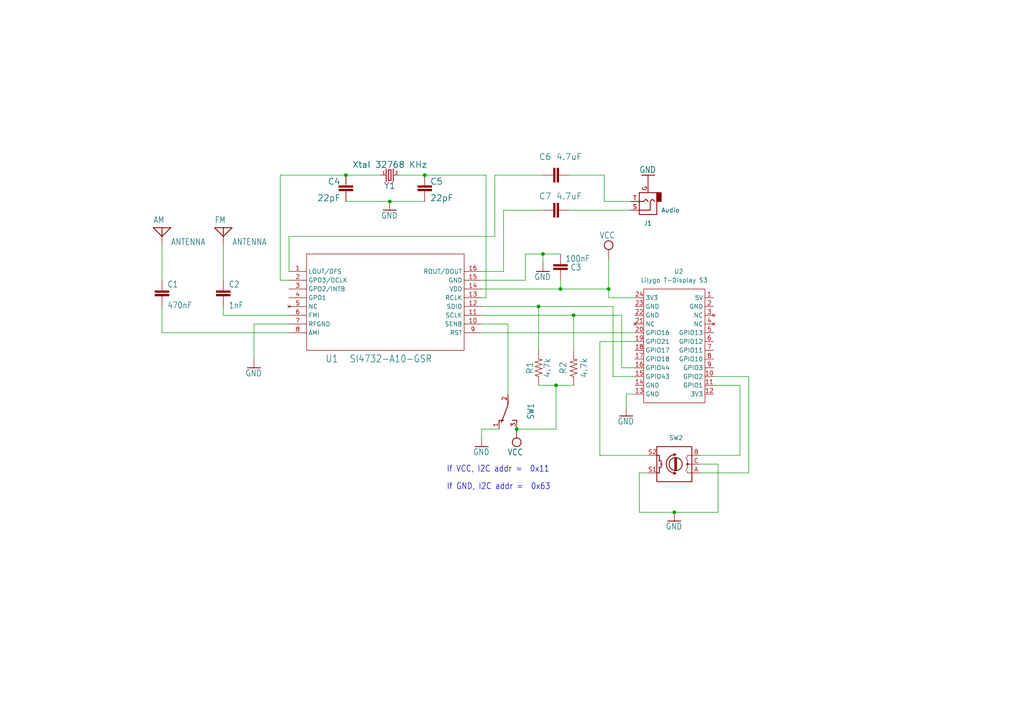
<source format=kicad_sch>
(kicad_sch (version 20211123) (generator eeschema)
  (paper "A4")
  (title_block (title "Si4732 with Lilygo T-Display S3") (date "2023-01-09") (rev "1") (comment 1 "Author: Ralph Xavier"))
  (lib_symbols
    (symbol "Connector:AudioJack2_Ground"
      (property "Reference" "J1" (at 5.08 -1.9051 0))
      (property "Value" "Audio" (at 5.08 0.6349 0))
      (symbol "AudioJack2_Ground_0_1"
        (rectangle (start -2.54 -2.54) (end -3.81 0) (stroke (width 0.254)) (fill (type outline)))
        (polyline (pts (xy 0 0) (xy 0.635 -0.635) (xy 1.27 0) (xy 2.54 0)) (stroke (width 0.254)))
        (polyline (pts (xy 2.54 2.54) (xy -0.635 2.54) (xy -0.635 0) (xy -1.27 -0.635) (xy -1.905 0)) (stroke (width 0.254)))
        (rectangle (start 2.54 3.81) (end -2.54 -2.54) (stroke (width 0.254)))
      )
      (symbol "AudioJack2_Ground_1_1"
        (pin passive line (at 0 -5.08 90) (length 2.54) (name "~") (number "G"))
        (pin passive line (at 5.08 2.54 180) (length 2.54) (name "~") (number "S"))
        (pin passive line (at 5.08 0 180) (length 2.54) (name "~") (number "T"))
      )
    )
    (symbol "Device:RotaryEncoder_Switch" (pin_names (offset 0.254) hide)
      (property "Reference" "SW2" (at 2.54 7.62 0))
      (symbol "RotaryEncoder_Switch_0_1"
        (rectangle (start -5.08 5.08) (end 5.08 -5.08) (stroke (width 0.254)))
        (circle (center -3.81 0) (radius 0.254) (fill (type outline)))
        (arc (start -0.381 -2.794) (mid 2.3622 -0.0508) (end -0.381 2.667) (stroke (width 0.254)))
        (circle (center -0.381 0) (radius 1.905) (stroke (width 0.254)))
        (polyline (pts (xy -0.635 -1.778) (xy -0.635 1.778)) (stroke (width 0.254)))
        (polyline (pts (xy -0.381 -1.778) (xy -0.381 1.778)) (stroke (width 0.254)))
        (polyline (pts (xy -0.127 1.778) (xy -0.127 -1.778)) (stroke (width 0.254)))
        (polyline (pts (xy 3.81 0) (xy 3.429 0)) (stroke (width 0.254)))
        (polyline (pts (xy 3.81 1.016) (xy 3.81 -1.016)) (stroke (width 0.254)))
        (polyline (pts (xy -5.08 -2.54) (xy -3.81 -2.54) (xy -3.81 -2.032)))
        (polyline (pts (xy -5.08 2.54) (xy -3.81 2.54) (xy -3.81 2.032)))
        (polyline (pts (xy 0.254 -3.048) (xy -0.508 -2.794) (xy 0.127 -2.413)) (stroke (width 0.254)))
        (polyline (pts (xy 0.254 2.921) (xy -0.508 2.667) (xy 0.127 2.286)) (stroke (width 0.254)))
        (polyline (pts (xy 5.08 -2.54) (xy 4.318 -2.54) (xy 4.318 -1.016)) (stroke (width 0.254)))
        (polyline (pts (xy 5.08 2.54) (xy 4.318 2.54) (xy 4.318 1.016)) (stroke (width 0.254)))
        (polyline (pts (xy -5.08 0) (xy -3.81 0) (xy -3.81 -1.016) (xy -3.302 -2.032)))
        (polyline (pts (xy -4.318 0) (xy -3.81 0) (xy -3.81 1.016) (xy -3.302 2.032)))
        (circle (center 4.318 -1.016) (radius 0.127) (stroke (width 0.254)))
        (circle (center 4.318 1.016) (radius 0.127) (stroke (width 0.254)))
      )
      (symbol "RotaryEncoder_Switch_1_1"
        (pin passive line (at -7.62 2.54 0) (length 2.54) (name "A") (number "A"))
        (pin passive line (at -7.62 -2.54 0) (length 2.54) (name "B") (number "B"))
        (pin passive line (at -7.62 0 0) (length 2.54) (name "C") (number "C"))
        (pin passive line (at 7.62 2.54 180) (length 2.54) (name "S1") (number "S1"))
        (pin passive line (at 7.62 -2.54 180) (length 2.54) (name "S2") (number "S2"))
      )
    )
    (symbol "TTGO_T_Display:TTGO-T-Display"
      (property "Reference" "U2" (at -1.27 2.54 0))
      (property "Value" "Lilygo T-Display S3" (at 0 0 0))
      (symbol "TTGO-T-Display_0_1"
        (rectangle (start -8.89 -2.54) (end 8.89 -35.56))
      )
      (symbol "TTGO-T-Display_1_1"
        (pin power_in line (at -11.43 -5.08 0) (length 2.54) (name "5V") (number "1"))
        (pin bidirectional line (at -11.43 -27.94 0) (length 2.54) (name "GPIO2") (number "10"))
        (pin bidirectional line (at -11.43 -30.48 0) (length 2.54) (name "GPIO1") (number "11"))
        (pin power_in line (at -11.43 -33.02 0) (length 2.54) (name "3V3") (number "12"))
        (pin power_in line (at 11.43 -33.02 180) (length 2.54) (name "GND") (number "13"))
        (pin power_in line (at 11.43 -30.48 180) (length 2.54) (name "GND") (number "14"))
        (pin bidirectional line (at 11.43 -27.94 180) (length 2.54) (name "GPIO43") (number "15"))
        (pin bidirectional line (at 11.43 -25.4 180) (length 2.54) (name "GPIO44") (number "16"))
        (pin bidirectional line (at 11.43 -22.86 180) (length 2.54) (name "GPIO18") (number "17"))
        (pin bidirectional line (at 11.43 -20.32 180) (length 2.54) (name "GPIO17") (number "18"))
        (pin bidirectional line (at 11.43 -17.78 180) (length 2.54) (name "GPIO21") (number "19"))
        (pin power_in line (at -11.43 -7.62 0) (length 2.54) (name "GND") (number "2"))
        (pin bidirectional line (at 11.43 -15.24 180) (length 2.54) (name "GPIO16") (number "20"))
        (pin no_connect line (at 11.43 -12.7 180) (length 2.54) (name "NC") (number "21"))
        (pin power_in line (at 11.43 -10.16 180) (length 2.54) (name "GND") (number "22"))
        (pin power_in line (at 11.43 -7.62 180) (length 2.54) (name "GND") (number "23"))
        (pin power_in line (at 11.43 -5.08 180) (length 2.54) (name "3V3") (number "24"))
        (pin no_connect line (at -11.43 -10.16 0) (length 2.54) (name "NC") (number "3"))
        (pin no_connect line (at -11.43 -12.7 0) (length 2.54) (name "NC") (number "4"))
        (pin bidirectional line (at -11.43 -15.24 0) (length 2.54) (name "GPIO13") (number "5"))
        (pin bidirectional line (at -11.43 -17.78 0) (length 2.54) (name "GPIO12") (number "6"))
        (pin bidirectional line (at -11.43 -20.32 0) (length 2.54) (name "GPIO11") (number "7"))
        (pin bidirectional line (at -11.43 -22.86 0) (length 2.54) (name "GPIO10") (number "8"))
        (pin bidirectional line (at -11.43 -25.4 0) (length 2.54) (name "GPIO3") (number "9"))
      )
    )
    (symbol "schematic_basic_SI4732-eagle-import:22PF-0603-50V-5%"
      (property "Reference" "C" (at 1.524 2.921 0))
      (property "Value" "22PF-0603-50V-5%" (at 1.524 -2.159 0))
      (symbol "22PF-0603-50V-5%_1_0"
        (rectangle (start -2.032 0.508) (end 2.032 1.016) (fill (type outline)))
        (rectangle (start -2.032 1.524) (end 2.032 2.032) (fill (type outline)))
        (polyline (pts (xy 0 0) (xy 0 0.508)) (stroke (width 0.1524)))
        (polyline (pts (xy 0 2.54) (xy 0 2.032)) (stroke (width 0.1524)))
        (pin passive line (at 0 5.08 270) (length 2.54) (name "1") (number "1"))
        (pin passive line (at 0 -2.54 90) (length 2.54) (name "2") (number "2"))
      )
    )
    (symbol "schematic_basic_SI4732-eagle-import:4.7KOHM-0603-1{slash}10W-1%"
      (property "Reference" "R" (at 0 1.524 0))
      (property "Value" "4.7KOHM-0603-1{slash}10W-1%" (at 0 -1.524 0))
      (symbol "4.7KOHM-0603-1{slash}10W-1%_1_0"
        (polyline (pts (xy -2.54 0) (xy -2.159 1.016)) (stroke (width 0.1524)))
        (polyline (pts (xy -2.159 1.016) (xy -1.524 -1.016)) (stroke (width 0.1524)))
        (polyline (pts (xy -1.524 -1.016) (xy -0.889 1.016)) (stroke (width 0.1524)))
        (polyline (pts (xy -0.889 1.016) (xy -0.254 -1.016)) (stroke (width 0.1524)))
        (polyline (pts (xy -0.254 -1.016) (xy 0.381 1.016)) (stroke (width 0.1524)))
        (polyline (pts (xy 0.381 1.016) (xy 1.016 -1.016)) (stroke (width 0.1524)))
        (polyline (pts (xy 1.016 -1.016) (xy 1.651 1.016)) (stroke (width 0.1524)))
        (polyline (pts (xy 1.651 1.016) (xy 2.286 -1.016)) (stroke (width 0.1524)))
        (polyline (pts (xy 2.286 -1.016) (xy 2.54 0)) (stroke (width 0.1524)))
        (pin passive line (at -5.08 0 0) (length 2.54) (name "1") (number "1"))
        (pin passive line (at 5.08 0 180) (length 2.54) (name "2") (number "2"))
      )
    )
    (symbol "schematic_basic_SI4732-eagle-import:ANTENNA"
      (property "Reference" "ANT" (at -2.54 1.27 0))
      (property "Value" "ANTENNA" (at 2.54 -5.08 0))
      (symbol "ANTENNA_1_0"
        (polyline (pts (xy -2.54 0) (xy 0 0)) (stroke (width 0.254)))
        (polyline (pts (xy 0 -2.54) (xy -2.54 0)) (stroke (width 0.254)))
        (polyline (pts (xy 0 0) (xy 0 -2.54)) (stroke (width 0.254)))
        (polyline (pts (xy 0 0) (xy 2.54 0)) (stroke (width 0.254)))
        (polyline (pts (xy 2.54 0) (xy 0 -2.54)) (stroke (width 0.254)))
        (pin output line (at 0 -5.08 90) (length 2.54) (name "1") (number "1"))
      )
    )
    (symbol "schematic_basic_SI4732-eagle-import:CRYSTALPTH-2X6"
      (property "Reference" "Y" (at 0 2.032 0))
      (property "Value" "CRYSTALPTH-2X6" (at 0 -2.032 0))
      (symbol "CRYSTALPTH-2X6_1_0"
        (polyline (pts (xy -2.54 0) (xy -1.016 0)) (stroke (width 0.1524)))
        (polyline (pts (xy -1.016 1.778) (xy -1.016 -1.778)) (stroke (width 0.254)))
        (polyline (pts (xy -0.381 -1.524) (xy 0.381 -1.524)) (stroke (width 0.254)))
        (polyline (pts (xy -0.381 1.524) (xy -0.381 -1.524)) (stroke (width 0.254)))
        (polyline (pts (xy 0.381 -1.524) (xy 0.381 1.524)) (stroke (width 0.254)))
        (polyline (pts (xy 0.381 1.524) (xy -0.381 1.524)) (stroke (width 0.254)))
        (polyline (pts (xy 1.016 0) (xy 2.54 0)) (stroke (width 0.1524)))
        (polyline (pts (xy 1.016 1.778) (xy 1.016 -1.778)) (stroke (width 0.254)))
        (text "1" (at -2.159 -1.143 0) (effects (font (size 0.8636 0.734)) (justify left bottom)))
        (text "2" (at 1.524 -1.143 0) (effects (font (size 0.8636 0.734)) (justify left bottom)))
        (pin passive line (at -2.54 0 0) (length 0) (name "1") (number "1"))
        (pin passive line (at 2.54 0 180) (length 0) (name "2") (number "2"))
      )
    )
    (symbol "schematic_basic_SI4732-eagle-import:CXXC10B6"
      (property "Reference" "CX" (at 1.524 0.381 0))
      (property "Value" "CXXC10B6" (at 1.524 -4.699 0))
      (symbol "CXXC10B6_1_0"
        (rectangle (start -2.032 -2.032) (end 2.032 -1.524) (fill (type outline)))
        (rectangle (start -2.032 -1.016) (end 2.032 -0.508) (fill (type outline)))
        (polyline (pts (xy 0 -2.54) (xy 0 -2.032)) (stroke (width 0.1524)))
        (polyline (pts (xy 0 0) (xy 0 -0.508)) (stroke (width 0.1524)))
        (pin passive line (at 0 2.54 270) (length 2.54) (name "1") (number "1"))
        (pin passive line (at 0 -5.08 90) (length 2.54) (name "2") (number "2"))
      )
    )
    (symbol "schematic_basic_SI4732-eagle-import:GND" (power)
      (property "Value" "GND" (at -2.54 -2.54 0))
      (symbol "GND_1_0"
        (polyline (pts (xy -1.905 0) (xy 1.905 0)) (stroke (width 0.254)))
        (pin power_in line (at 0 2.54 270) (length 2.54) (name "GND") (number "1"))
      )
    )
    (symbol "schematic_basic_SI4732-eagle-import:SI4732-A10-GSR"
      (property "Reference" "U" (at 25.7556 9.1186 0))
      (property "Value" "SI4732-A10-GSR" (at 25.1206 6.5786 0))
      (symbol "SI4732-A10-GSR_1_0"
        (polyline (pts (xy 7.62 -22.86) (xy 53.34 -22.86)) (stroke (width 0.1524)))
        (polyline (pts (xy 7.62 5.08) (xy 7.62 -22.86)) (stroke (width 0.1524)))
        (polyline (pts (xy 53.34 -22.86) (xy 53.34 5.08)) (stroke (width 0.1524)))
        (polyline (pts (xy 53.34 5.08) (xy 7.62 5.08)) (stroke (width 0.1524)))
        (pin output line (at 2.54 0 0) (length 5.08) (name "LOUT/DFS") (number "1"))
        (pin passive line (at 58.42 -15.24 180) (length 5.08) (name "SENB") (number "10"))
        (pin passive line (at 58.42 -12.7 180) (length 5.08) (name "SCLK") (number "11"))
        (pin passive line (at 58.42 -10.16 180) (length 5.08) (name "SDIO") (number "12"))
        (pin passive line (at 58.42 -7.62 180) (length 5.08) (name "RCLK") (number "13"))
        (pin power_in line (at 58.42 -5.08 180) (length 5.08) (name "VDD") (number "14"))
        (pin passive line (at 58.42 -2.54 180) (length 5.08) (name "GND") (number "15"))
        (pin output line (at 58.42 0 180) (length 5.08) (name "ROUT/DOUT") (number "16"))
        (pin bidirectional line (at 2.54 -2.54 0) (length 5.08) (name "GPO3/DCLK") (number "2"))
        (pin bidirectional line (at 2.54 -5.08 0) (length 5.08) (name "GPO2/INTB") (number "3"))
        (pin bidirectional line (at 2.54 -7.62 0) (length 5.08) (name "GPO1") (number "4"))
        (pin no_connect line (at 2.54 -10.16 0) (length 5.08) (name "NC") (number "5"))
        (pin passive line (at 2.54 -12.7 0) (length 5.08) (name "FMI") (number "6"))
        (pin passive line (at 2.54 -15.24 0) (length 5.08) (name "RFGND") (number "7"))
        (pin passive line (at 2.54 -17.78 0) (length 5.08) (name "AMI") (number "8"))
        (pin passive line (at 58.42 -17.78 180) (length 5.08) (name "RST") (number "9"))
      )
    )
    (symbol "schematic_basic_SI4732-eagle-import:TL36WO"
      (property "Reference" "S" (at 5.08 -2.54 90))
      (property "Value" "TL36WO" (at 7.62 -2.54 90))
      (symbol "TL36WO_1_0"
        (polyline (pts (xy -2.54 2.54) (xy -2.54 3.175)) (stroke (width 0.254)))
        (polyline (pts (xy -2.54 2.54) (xy -1.27 2.54)) (stroke (width 0.254)))
        (polyline (pts (xy 0 -3.175) (xy 0 -1.905)) (stroke (width 0.254)))
        (polyline (pts (xy 0 -1.905) (xy -1.905 3.175)) (stroke (width 0.254)))
        (polyline (pts (xy 1.27 2.54) (xy 2.54 2.54)) (stroke (width 0.254)))
        (polyline (pts (xy 2.54 2.54) (xy 2.54 3.175)) (stroke (width 0.254)))
        (pin passive line (at -2.54 5.08 270) (length 2.54) (name "O") (number "1"))
        (pin passive line (at 0 -5.08 90) (length 2.54) (name "P") (number "2"))
        (pin passive line (at 2.54 5.08 270) (length 2.54) (name "S") (number "3"))
      )
    )
    (symbol "schematic_basic_SI4732-eagle-import:VCC" (power)
      (property "Value" "VCC" (at -1.905 3.175 0))
      (symbol "VCC_1_0"
        (circle (center 0 1.27) (radius 1.27) (stroke (width 0.254)))
        (pin power_in line (at 0 -2.54 90) (length 2.54) (name "VCC") (number "1"))
      )
    )
  )
  (junction (at 195.58 148.59))
  (junction (at 162.56 83.82))
  (junction (at 100.33 50.8))
  (junction (at 161.29 111.76))
  (junction (at 176.53 83.82))
  (junction (at 166.37 91.44))
  (junction (at 149.86 124.46))
  (junction (at 157.48 73.66))
  (junction (at 123.19 50.8))
  (junction (at 113.03 58.42))
  (junction (at 156.21 88.9))
  (wire (pts (xy 208.28 134.62) (xy 208.28 148.59)))
  (wire (pts (xy 184.15 109.22) (xy 177.8 109.22)))
  (wire (pts (xy 161.29 124.46) (xy 161.29 111.76)))
  (wire (pts (xy 146.05 60.96) (xy 146.05 78.74)))
  (wire (pts (xy 165.1 50.8) (xy 175.26 50.8)))
  (wire (pts (xy 165.1 60.96) (xy 182.88 60.96)))
  (wire (pts (xy 123.19 58.42) (xy 113.03 58.42)))
  (wire (pts (xy 73.66 93.98) (xy 73.66 104.14)))
  (wire (pts (xy 143.51 68.58) (xy 83.82 68.58)))
  (wire (pts (xy 46.99 81.28) (xy 46.99 71.12)))
  (wire (pts (xy 156.21 88.9) (xy 177.8 88.9)))
  (wire (pts (xy 166.37 91.44) (xy 180.34 91.44)))
  (wire (pts (xy 207.01 109.22) (xy 217.17 109.22)))
  (wire (pts (xy 81.28 81.28) (xy 81.28 50.8)))
  (wire (pts (xy 64.77 91.44) (xy 64.77 88.9)))
  (wire (pts (xy 149.86 124.46) (xy 161.29 124.46)))
  (wire (pts (xy 214.63 111.76) (xy 214.63 132.08)))
  (wire (pts (xy 185.42 137.16) (xy 187.96 137.16)))
  (wire (pts (xy 115.57 50.8) (xy 123.19 50.8)))
  (wire (pts (xy 162.56 73.66) (xy 157.48 73.66)))
  (wire (pts (xy 81.28 50.8) (xy 100.33 50.8)))
  (wire (pts (xy 180.34 106.68) (xy 180.34 91.44)))
  (wire (pts (xy 157.48 60.96) (xy 146.05 60.96)))
  (wire (pts (xy 176.53 83.82) (xy 176.53 74.93)))
  (wire (pts (xy 166.37 101.6) (xy 166.37 91.44)))
  (wire (pts (xy 152.4 73.66) (xy 157.48 73.66)))
  (wire (pts (xy 162.56 81.28) (xy 162.56 83.82)))
  (wire (pts (xy 139.7 96.52) (xy 184.15 96.52)))
  (wire (pts (xy 64.77 71.12) (xy 64.77 81.28)))
  (wire (pts (xy 184.15 86.36) (xy 176.53 86.36)))
  (wire (pts (xy 185.42 137.16) (xy 185.42 148.59)))
  (wire (pts (xy 139.7 88.9) (xy 156.21 88.9)))
  (wire (pts (xy 110.49 50.8) (xy 100.33 50.8)))
  (wire (pts (xy 173.99 132.08) (xy 187.96 132.08)))
  (wire (pts (xy 185.42 148.59) (xy 195.58 148.59)))
  (wire (pts (xy 156.21 101.6) (xy 156.21 88.9)))
  (wire (pts (xy 176.53 86.36) (xy 176.53 83.82)))
  (wire (pts (xy 152.4 81.28) (xy 152.4 73.66)))
  (wire (pts (xy 140.97 50.8) (xy 123.19 50.8)))
  (wire (pts (xy 214.63 132.08) (xy 203.2 132.08)))
  (wire (pts (xy 83.82 93.98) (xy 73.66 93.98)))
  (wire (pts (xy 195.58 148.59) (xy 208.28 148.59)))
  (wire (pts (xy 207.01 111.76) (xy 214.63 111.76)))
  (wire (pts (xy 100.33 58.42) (xy 113.03 58.42)))
  (wire (pts (xy 139.7 83.82) (xy 162.56 83.82)))
  (wire (pts (xy 140.97 86.36) (xy 140.97 50.8)))
  (wire (pts (xy 139.7 81.28) (xy 152.4 81.28)))
  (wire (pts (xy 144.78 124.46) (xy 139.7 124.46)))
  (wire (pts (xy 46.99 88.9) (xy 46.99 96.52)))
  (wire (pts (xy 173.99 99.06) (xy 173.99 132.08)))
  (wire (pts (xy 81.28 81.28) (xy 83.82 81.28)))
  (wire (pts (xy 139.7 127) (xy 139.7 124.46)))
  (wire (pts (xy 139.7 86.36) (xy 140.97 86.36)))
  (wire (pts (xy 161.29 111.76) (xy 166.37 111.76)))
  (wire (pts (xy 157.48 50.8) (xy 143.51 50.8)))
  (wire (pts (xy 139.7 93.98) (xy 147.32 93.98)))
  (wire (pts (xy 83.82 91.44) (xy 64.77 91.44)))
  (wire (pts (xy 181.61 114.3) (xy 181.61 118.11)))
  (wire (pts (xy 146.05 78.74) (xy 139.7 78.74)))
  (wire (pts (xy 143.51 50.8) (xy 143.51 68.58)))
  (wire (pts (xy 217.17 109.22) (xy 217.17 137.16)))
  (wire (pts (xy 162.56 83.82) (xy 176.53 83.82)))
  (wire (pts (xy 184.15 99.06) (xy 173.99 99.06)))
  (wire (pts (xy 156.21 111.76) (xy 161.29 111.76)))
  (wire (pts (xy 203.2 134.62) (xy 208.28 134.62)))
  (wire (pts (xy 139.7 91.44) (xy 166.37 91.44)))
  (wire (pts (xy 175.26 50.8) (xy 175.26 58.42)))
  (wire (pts (xy 217.17 137.16) (xy 203.2 137.16)))
  (wire (pts (xy 181.61 114.3) (xy 184.15 114.3)))
  (wire (pts (xy 184.15 106.68) (xy 180.34 106.68)))
  (wire (pts (xy 147.32 93.98) (xy 147.32 114.3)))
  (wire (pts (xy 177.8 109.22) (xy 177.8 88.9)))
  (wire (pts (xy 83.82 96.52) (xy 46.99 96.52)))
  (wire (pts (xy 157.48 76.2) (xy 157.48 73.66)))
  (wire (pts (xy 83.82 68.58) (xy 83.82 78.74)))
  (wire (pts (xy 175.26 58.42) (xy 182.88 58.42)))
  (text "If VCC, I2C addr =  0x11" (at 129.54 137.16 180) (effects (font (size 1.778 1.5113)) (justify left bottom)))
  (text "If GND, I2C addr =  0x63" (at 129.54 142.24 180) (effects (font (size 1.778 1.5113)) (justify left bottom)))
  (symbol (lib_id "schematic_basic_SI4732-eagle-import:GND") (at 187.96 50.8 0) (mirror x) (unit 1)
    (property "Reference" "#GND04" (effects hide))
    (property "Value" "GND" (at 185.42 48.26 0) (effects (font (size 1.778 1.5113)) (justify left bottom)))
    (property "Footprint" "schematic_basic_SI4732:" (effects hide))
  )
  (symbol (lib_id "schematic_basic_SI4732-eagle-import:22PF-0603-50V-5%") (at 162.56 50.8 90) (unit 1)
    (property "Reference" "C6" (at 160.02 44.45 90) (effects (font (size 1.778 1.778)) (justify left bottom)))
    (property "Value" "4.7uF" (at 168.91 44.45 90) (effects (font (size 1.778 1.778)) (justify left bottom)))
    (property "Footprint" "schematic_basic_SI4732:0603" (effects hide))
  )
  (symbol (lib_id "schematic_basic_SI4732-eagle-import:CXXC10B6") (at 162.56 78.74 180) (unit 1)
    (property "Reference" "C3" (at 168.656 76.581 0) (effects (font (size 1.778 1.5113)) (justify left bottom)))
    (property "Value" "100nF" (at 171.196 74.041 0) (effects (font (size 1.778 1.5113)) (justify left bottom)))
    (property "Footprint" "schematic_basic_SI4732:XC10B6" (effects hide))
  )
  (symbol (lib_id "schematic_basic_SI4732-eagle-import:TL36WO") (at 147.32 119.38 0) (mirror x) (unit 1)
    (property "Reference" "S1" (effects hide))
    (property "Value" "SW1" (at 154.94 116.84 90) (effects (font (size 1.778 1.5113)) (justify left bottom)))
    (property "Footprint" "schematic_basic_SI4732:TL3XWO" (effects hide))
  )
  (symbol (lib_id "Connector:AudioJack2_Ground") (at 187.96 58.42 180) (unit 1)
    (property "Reference" "J1" (at 186.69 64.77 0) (effects (justify right)))
    (property "Value" "Audio" (at 191.77 60.96 0) (effects (justify right)))
  )
  (symbol (lib_id "schematic_basic_SI4732-eagle-import:4.7KOHM-0603-1{slash}10W-1%") (at 156.21 106.68 90) (unit 1)
    (property "Reference" "R1" (at 154.686 106.68 0) (effects (font (size 1.778 1.778)) (justify bottom)))
    (property "Value" "4.7k" (at 157.734 106.68 0) (effects (font (size 1.778 1.778)) (justify top)))
    (property "Footprint" "schematic_basic_SI4732:0603" (effects hide))
  )
  (symbol (lib_id "schematic_basic_SI4732-eagle-import:22PF-0603-50V-5%") (at 100.33 55.88 0) (mirror y) (unit 1)
    (property "Reference" "C4" (at 98.806 53.659 0) (effects (font (size 1.778 1.778)) (justify left bottom)))
    (property "Value" "22pF" (at 98.806 58.439 0) (effects (font (size 1.778 1.778)) (justify left bottom)))
    (property "Footprint" "schematic_basic_SI4732:0603" (effects hide))
  )
  (symbol (lib_id "schematic_basic_SI4732-eagle-import:SI4732-A10-GSR") (at 81.28 78.74 0) (unit 1)
    (property "Reference" "U1" (at 94.3356 105.1814 0) (effects (font (size 2.0828 1.7703)) (justify left bottom)))
    (property "Value" "SI4732-A10-GSR" (at 101.3206 105.1814 0) (effects (font (size 2.0828 1.7703)) (justify left bottom)))
    (property "Footprint" "schematic_basic_SI4732:SOIC16_SI4732_SIL" (effects hide))
  )
  (symbol (lib_id "schematic_basic_SI4732-eagle-import:GND") (at 157.48 78.74 0) (unit 1)
    (property "Reference" "#GND02" (effects hide))
    (property "Value" "GND" (at 154.94 81.28 0) (effects (font (size 1.778 1.5113)) (justify left bottom)))
    (property "Footprint" "schematic_basic_SI4732:" (effects hide))
  )
  (symbol (lib_id "schematic_basic_SI4732-eagle-import:GND") (at 181.61 120.65 0) (unit 1)
    (property "Reference" "#GND06" (effects hide))
    (property "Value" "GND" (at 179.07 123.19 0) (effects (font (size 1.778 1.5113)) (justify left bottom)))
    (property "Footprint" "schematic_basic_SI4732:" (effects hide))
  )
  (symbol (lib_id "schematic_basic_SI4732-eagle-import:ANTENNA") (at 64.77 66.04 0) (unit 1)
    (property "Reference" "FM" (at 62.23 64.77 0) (effects (font (size 1.778 1.5113)) (justify left bottom)))
    (property "Value" "ANTENNA" (at 67.31 71.12 0) (effects (font (size 1.778 1.5113)) (justify left bottom)))
    (property "Footprint" "schematic_basic_SI4732:PAD-01" (effects hide))
  )
  (symbol (lib_id "schematic_basic_SI4732-eagle-import:CXXC10B6") (at 46.99 83.82 0) (unit 1)
    (property "Reference" "C1" (at 48.514 83.439 0) (effects (font (size 1.778 1.5113)) (justify left bottom)))
    (property "Value" "470nF" (at 48.514 89.519 0) (effects (font (size 1.778 1.5113)) (justify left bottom)))
    (property "Footprint" "schematic_basic_SI4732:XC10B6" (effects hide))
  )
  (symbol (lib_id "Device:RotaryEncoder_Switch") (at 195.58 134.62 180) (unit 1)
    (property "Reference" "SW2" (at 198.12 127 0) (effects (justify left)))
    (property "Value" "RotaryEncoder_Switch" (effects hide))
  )
  (symbol (lib_id "schematic_basic_SI4732-eagle-import:GND") (at 113.03 60.96 0) (unit 1)
    (property "Reference" "#GND03" (effects hide))
    (property "Value" "GND" (at 110.49 63.5 0) (effects (font (size 1.778 1.5113)) (justify left bottom)))
    (property "Footprint" "schematic_basic_SI4732:" (effects hide))
  )
  (symbol (lib_id "schematic_basic_SI4732-eagle-import:VCC") (at 176.53 72.39 0) (mirror y) (unit 1)
    (property "Reference" "#SUPPLY01" (effects hide))
    (property "Value" "VCC" (at 178.435 69.215 0) (effects (font (size 1.778 1.5113)) (justify left bottom)))
    (property "Footprint" "schematic_basic_SI4732:" (effects hide))
  )
  (symbol (lib_id "schematic_basic_SI4732-eagle-import:ANTENNA") (at 46.99 66.04 0) (unit 1)
    (property "Reference" "AM" (at 44.45 64.77 0) (effects (font (size 1.778 1.5113)) (justify left bottom)))
    (property "Value" "ANTENNA" (at 49.53 71.12 0) (effects (font (size 1.778 1.5113)) (justify left bottom)))
    (property "Footprint" "schematic_basic_SI4732:PAD-01" (effects hide))
  )
  (symbol (lib_id "schematic_basic_SI4732-eagle-import:22PF-0603-50V-5%") (at 123.19 55.88 0) (unit 1)
    (property "Reference" "C5" (at 124.714 53.659 0) (effects (font (size 1.778 1.778)) (justify left bottom)))
    (property "Value" "22pF" (at 124.714 58.439 0) (effects (font (size 1.778 1.778)) (justify left bottom)))
    (property "Footprint" "schematic_basic_SI4732:0603" (effects hide))
  )
  (symbol (lib_id "schematic_basic_SI4732-eagle-import:GND") (at 73.66 106.68 0) (unit 1)
    (property "Reference" "#GND07" (effects hide))
    (property "Value" "GND" (at 71.12 109.22 0) (effects (font (size 1.778 1.5113)) (justify left bottom)))
    (property "Footprint" "schematic_basic_SI4732:" (effects hide))
  )
  (symbol (lib_id "TTGO_T_Display:TTGO-T-Display") (at 195.58 81.28 0) (mirror y) (unit 1)
    (property "Reference" "U2" (at 196.85 78.74 0))
    (property "Value" "Lilygo T-Display S3" (at 195.58 81.28 0))
    (property "Footprint" "TTGO_T_Display:TTGO-T-Display" (effects hide))
  )
  (symbol (lib_id "schematic_basic_SI4732-eagle-import:CXXC10B6") (at 64.77 83.82 0) (unit 1)
    (property "Reference" "C2" (at 66.294 83.439 0) (effects (font (size 1.778 1.5113)) (justify left bottom)))
    (property "Value" "1nF" (at 66.294 89.519 0) (effects (font (size 1.778 1.5113)) (justify left bottom)))
    (property "Footprint" "schematic_basic_SI4732:XC10B6" (effects hide))
  )
  (symbol (lib_id "schematic_basic_SI4732-eagle-import:22PF-0603-50V-5%") (at 162.56 60.96 90) (unit 1)
    (property "Reference" "C7" (at 160.02 55.88 90) (effects (font (size 1.778 1.778)) (justify left bottom)))
    (property "Value" "4.7uF" (at 168.91 55.88 90) (effects (font (size 1.778 1.778)) (justify left bottom)))
    (property "Footprint" "schematic_basic_SI4732:0603" (effects hide))
  )
  (symbol (lib_id "schematic_basic_SI4732-eagle-import:GND") (at 195.58 151.13 0) (unit 1)
    (property "Reference" "#GND?" (effects hide))
    (property "Value" "GND" (at 193.04 153.67 0) (effects (font (size 1.778 1.5113)) (justify left bottom)))
    (property "Footprint" "schematic_basic_SI4732:" (effects hide))
  )
  (symbol (lib_id "schematic_basic_SI4732-eagle-import:CRYSTALPTH-2X6") (at 113.03 50.8 0) (mirror x) (unit 1)
    (property "Reference" "Y1" (at 113.03 52.832 0) (effects (font (size 1.778 1.778)) (justify bottom)))
    (property "Value" "Xtal 32768 KHz" (at 113.03 48.768 0) (effects (font (size 1.778 1.778)) (justify top)))
    (property "Footprint" "schematic_basic_SI4732:CRYSTAL-PTH-2X6-CYL" (effects hide))
  )
  (symbol (lib_id "schematic_basic_SI4732-eagle-import:4.7KOHM-0603-1{slash}10W-1%") (at 166.37 106.68 90) (unit 1)
    (property "Reference" "R2" (at 162.306 106.68 0) (effects (font (size 1.778 1.778)) (justify top)))
    (property "Value" "4.7k" (at 170.434 106.68 0) (effects (font (size 1.778 1.778)) (justify bottom)))
    (property "Footprint" "schematic_basic_SI4732:0603" (effects hide))
  )
  (symbol (lib_id "schematic_basic_SI4732-eagle-import:GND") (at 139.7 129.54 0) (unit 1)
    (property "Reference" "#GND01" (effects hide))
    (property "Value" "GND" (at 137.16 132.08 0) (effects (font (size 1.778 1.5113)) (justify left bottom)))
    (property "Footprint" "schematic_basic_SI4732:" (effects hide))
  )
  (symbol (lib_id "schematic_basic_SI4732-eagle-import:VCC") (at 149.86 127 180) (unit 1)
    (property "Reference" "#SUPPLY04" (effects hide))
    (property "Value" "VCC" (at 151.765 130.175 0) (effects (font (size 1.778 1.5113)) (justify left bottom)))
    (property "Footprint" "schematic_basic_SI4732:" (effects hide))
  )
)
</source>
